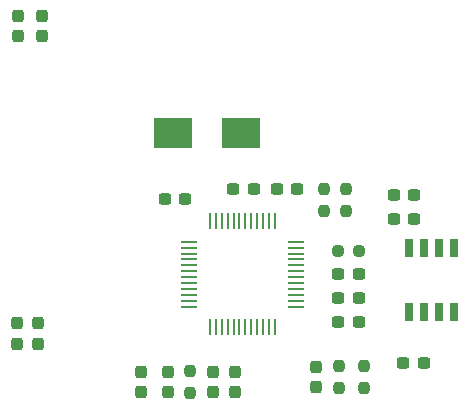
<source format=gbr>
%TF.GenerationSoftware,KiCad,Pcbnew,(6.0.5)*%
%TF.CreationDate,2023-02-01T20:47:26-08:00*%
%TF.ProjectId,USBHub,55534248-7562-42e6-9b69-6361645f7063,rev?*%
%TF.SameCoordinates,Original*%
%TF.FileFunction,Paste,Top*%
%TF.FilePolarity,Positive*%
%FSLAX46Y46*%
G04 Gerber Fmt 4.6, Leading zero omitted, Abs format (unit mm)*
G04 Created by KiCad (PCBNEW (6.0.5)) date 2023-02-01 20:47:26*
%MOMM*%
%LPD*%
G01*
G04 APERTURE LIST*
G04 Aperture macros list*
%AMRoundRect*
0 Rectangle with rounded corners*
0 $1 Rounding radius*
0 $2 $3 $4 $5 $6 $7 $8 $9 X,Y pos of 4 corners*
0 Add a 4 corners polygon primitive as box body*
4,1,4,$2,$3,$4,$5,$6,$7,$8,$9,$2,$3,0*
0 Add four circle primitives for the rounded corners*
1,1,$1+$1,$2,$3*
1,1,$1+$1,$4,$5*
1,1,$1+$1,$6,$7*
1,1,$1+$1,$8,$9*
0 Add four rect primitives between the rounded corners*
20,1,$1+$1,$2,$3,$4,$5,0*
20,1,$1+$1,$4,$5,$6,$7,0*
20,1,$1+$1,$6,$7,$8,$9,0*
20,1,$1+$1,$8,$9,$2,$3,0*%
G04 Aperture macros list end*
%ADD10R,3.325000X2.500000*%
%ADD11R,0.700000X1.650000*%
%ADD12O,1.500000X0.250000*%
%ADD13O,0.250000X1.500000*%
%ADD14RoundRect,0.237500X-0.250000X-0.237500X0.250000X-0.237500X0.250000X0.237500X-0.250000X0.237500X0*%
%ADD15RoundRect,0.237500X-0.237500X0.250000X-0.237500X-0.250000X0.237500X-0.250000X0.237500X0.250000X0*%
%ADD16RoundRect,0.237500X0.237500X-0.250000X0.237500X0.250000X-0.237500X0.250000X-0.237500X-0.250000X0*%
%ADD17RoundRect,0.237500X-0.300000X-0.237500X0.300000X-0.237500X0.300000X0.237500X-0.300000X0.237500X0*%
%ADD18RoundRect,0.237500X-0.237500X0.300000X-0.237500X-0.300000X0.237500X-0.300000X0.237500X0.300000X0*%
%ADD19RoundRect,0.237500X0.300000X0.237500X-0.300000X0.237500X-0.300000X-0.237500X0.300000X-0.237500X0*%
%ADD20RoundRect,0.237500X0.237500X-0.300000X0.237500X0.300000X-0.237500X0.300000X-0.237500X-0.300000X0*%
G04 APERTURE END LIST*
D10*
%TO.C,Y1*%
X147087500Y-74000000D03*
X152912500Y-74000000D03*
%TD*%
D11*
%TO.C,U2*%
X170905000Y-89200000D03*
X170905000Y-83800000D03*
X169635000Y-89200000D03*
X169635000Y-83800000D03*
X168365000Y-89200000D03*
X168365000Y-83800000D03*
X167095000Y-89200000D03*
X167095000Y-83800000D03*
%TD*%
D12*
%TO.C,U1*%
X157500000Y-83250000D03*
X157500000Y-83750000D03*
X157500000Y-84250000D03*
X157500000Y-84750000D03*
X157500000Y-85250000D03*
X157500000Y-85750000D03*
X157500000Y-86250000D03*
X157500000Y-86750000D03*
X157500000Y-87250000D03*
X157500000Y-87750000D03*
X157500000Y-88250000D03*
X157500000Y-88750000D03*
D13*
X155750000Y-90500000D03*
X155250000Y-90500000D03*
X154750000Y-90500000D03*
X154250000Y-90500000D03*
X153750000Y-90500000D03*
X153250000Y-90500000D03*
X152750000Y-90500000D03*
X152250000Y-90500000D03*
X151750000Y-90500000D03*
X151250000Y-90500000D03*
X150750000Y-90500000D03*
X150250000Y-90500000D03*
D12*
X148500000Y-88750000D03*
X148500000Y-88250000D03*
X148500000Y-87750000D03*
X148500000Y-87250000D03*
X148500000Y-86750000D03*
X148500000Y-86250000D03*
X148500000Y-85750000D03*
X148500000Y-85250000D03*
X148500000Y-84750000D03*
X148500000Y-84250000D03*
X148500000Y-83750000D03*
X148500000Y-83250000D03*
D13*
X150250000Y-81500000D03*
X150750000Y-81500000D03*
X151250000Y-81500000D03*
X151750000Y-81500000D03*
X152250000Y-81500000D03*
X152750000Y-81500000D03*
X153250000Y-81500000D03*
X153750000Y-81500000D03*
X154250000Y-81500000D03*
X154750000Y-81500000D03*
X155250000Y-81500000D03*
X155750000Y-81500000D03*
%TD*%
D14*
%TO.C,R6*%
X162912500Y-84000000D03*
X161087500Y-84000000D03*
%TD*%
D15*
%TO.C,R5*%
X159900000Y-80612500D03*
X159900000Y-78787500D03*
%TD*%
D16*
%TO.C,R4*%
X161800000Y-78787500D03*
X161800000Y-80612500D03*
%TD*%
%TO.C,R3*%
X163300000Y-93787500D03*
X163300000Y-95612500D03*
%TD*%
%TO.C,R2*%
X161200000Y-93787500D03*
X161200000Y-95612500D03*
%TD*%
D15*
%TO.C,R1*%
X148600000Y-96012500D03*
X148600000Y-94187500D03*
%TD*%
D17*
%TO.C,C18*%
X162862500Y-86000000D03*
X161137500Y-86000000D03*
%TD*%
%TO.C,C17*%
X148162500Y-79600000D03*
X146437500Y-79600000D03*
%TD*%
%TO.C,C16*%
X153962500Y-78800000D03*
X152237500Y-78800000D03*
%TD*%
D18*
%TO.C,C15*%
X159200000Y-95562500D03*
X159200000Y-93837500D03*
%TD*%
%TO.C,C14*%
X152400000Y-95962500D03*
X152400000Y-94237500D03*
%TD*%
%TO.C,C13*%
X144400000Y-95962500D03*
X144400000Y-94237500D03*
%TD*%
D17*
%TO.C,C12*%
X157662500Y-78800000D03*
X155937500Y-78800000D03*
%TD*%
D18*
%TO.C,C11*%
X150500000Y-95962500D03*
X150500000Y-94237500D03*
%TD*%
D17*
%TO.C,C10*%
X162862500Y-90000000D03*
X161137500Y-90000000D03*
%TD*%
D19*
%TO.C,C9*%
X165837500Y-79300000D03*
X167562500Y-79300000D03*
%TD*%
%TO.C,C8*%
X165837500Y-81300000D03*
X167562500Y-81300000D03*
%TD*%
%TO.C,C7*%
X166637500Y-93500000D03*
X168362500Y-93500000D03*
%TD*%
D20*
%TO.C,C6*%
X136000000Y-64137500D03*
X136000000Y-65862500D03*
%TD*%
%TO.C,C5*%
X135700000Y-90137500D03*
X135700000Y-91862500D03*
%TD*%
%TO.C,C4*%
X134000000Y-64137500D03*
X134000000Y-65862500D03*
%TD*%
%TO.C,C3*%
X133900000Y-90137500D03*
X133900000Y-91862500D03*
%TD*%
D18*
%TO.C,C2*%
X146700000Y-95962500D03*
X146700000Y-94237500D03*
%TD*%
D17*
%TO.C,C1*%
X162862500Y-88000000D03*
X161137500Y-88000000D03*
%TD*%
M02*

</source>
